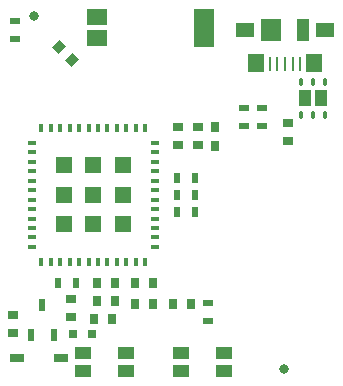
<source format=gbp>
G04*
G04 #@! TF.GenerationSoftware,Altium Limited,Altium Designer,21.4.1 (30)*
G04*
G04 Layer_Color=128*
%FSLAX25Y25*%
%MOIN*%
G70*
G04*
G04 #@! TF.SameCoordinates,FDA7AB05-C33E-465C-AB53-71C79C1F0B70*
G04*
G04*
G04 #@! TF.FilePolarity,Positive*
G04*
G01*
G75*
%ADD16R,0.03150X0.03150*%
%ADD17C,0.03150*%
G04:AMPARAMS|DCode=45|XSize=15.75mil|YSize=23.62mil|CornerRadius=3.94mil|HoleSize=0mil|Usage=FLASHONLY|Rotation=0.000|XOffset=0mil|YOffset=0mil|HoleType=Round|Shape=RoundedRectangle|*
%AMROUNDEDRECTD45*
21,1,0.01575,0.01575,0,0,0.0*
21,1,0.00787,0.02362,0,0,0.0*
1,1,0.00787,0.00394,-0.00787*
1,1,0.00787,-0.00394,-0.00787*
1,1,0.00787,-0.00394,0.00787*
1,1,0.00787,0.00394,0.00787*
%
%ADD45ROUNDEDRECTD45*%
%ADD47R,0.03400X0.03000*%
%ADD48R,0.02400X0.03900*%
%ADD49R,0.03000X0.03400*%
%ADD53R,0.04800X0.02800*%
%ADD56R,0.03400X0.02400*%
%ADD57R,0.06693X0.05709*%
%ADD58R,0.06693X0.12598*%
G04:AMPARAMS|DCode=59|XSize=30mil|YSize=34mil|CornerRadius=0mil|HoleSize=0mil|Usage=FLASHONLY|Rotation=135.000|XOffset=0mil|YOffset=0mil|HoleType=Round|Shape=Rectangle|*
%AMROTATEDRECTD59*
4,1,4,0.02263,0.00141,-0.00141,-0.02263,-0.02263,-0.00141,0.00141,0.02263,0.02263,0.00141,0.0*
%
%ADD59ROTATEDRECTD59*%

%ADD60R,0.06496X0.05118*%
%ADD61R,0.03937X0.07480*%
%ADD62R,0.07087X0.07480*%
%ADD63R,0.05610X0.06102*%
%ADD65R,0.05512X0.04134*%
%ADD66R,0.02800X0.03400*%
%ADD67R,0.02400X0.03400*%
%ADD100R,0.03937X0.05512*%
%ADD101R,0.05512X0.05512*%
%ADD102R,0.02756X0.01575*%
%ADD103R,0.01575X0.02756*%
%ADD104R,0.01142X0.04803*%
D16*
X36292Y16035D02*
D03*
X42788D02*
D03*
D17*
X23526Y121949D02*
D03*
X106601Y4218D02*
D03*
D45*
X112511Y89027D02*
D03*
X116448D02*
D03*
X120385D02*
D03*
X112511Y100051D02*
D03*
X116448D02*
D03*
X120385D02*
D03*
D47*
X77964Y78961D02*
D03*
Y84961D02*
D03*
X71414Y78961D02*
D03*
Y84961D02*
D03*
X16500Y16500D02*
D03*
Y22500D02*
D03*
X35879Y27625D02*
D03*
Y21625D02*
D03*
X108224Y80493D02*
D03*
Y86493D02*
D03*
D48*
X26216Y25631D02*
D03*
X22516Y15631D02*
D03*
X29916D02*
D03*
D49*
X44500Y33126D02*
D03*
X50500D02*
D03*
X69835Y26174D02*
D03*
X75835D02*
D03*
X43500Y21126D02*
D03*
X49500D02*
D03*
X63052Y26174D02*
D03*
X57052D02*
D03*
X63052Y33126D02*
D03*
X57052D02*
D03*
X44500Y27126D02*
D03*
X50500D02*
D03*
D53*
X32497Y8079D02*
D03*
X17897D02*
D03*
D56*
X17059Y114244D02*
D03*
Y120244D02*
D03*
X93500Y85469D02*
D03*
Y91469D02*
D03*
X99500Y85469D02*
D03*
Y91469D02*
D03*
X81370Y20297D02*
D03*
Y26297D02*
D03*
D57*
X44291Y121555D02*
D03*
Y114665D02*
D03*
D58*
X80118Y118110D02*
D03*
D59*
X36121Y107465D02*
D03*
X31879Y111707D02*
D03*
D60*
X120384Y117441D02*
D03*
X93789D02*
D03*
D61*
X113189D02*
D03*
D62*
X102559D02*
D03*
D63*
X97304Y106535D02*
D03*
X116880D02*
D03*
D65*
X86614Y9547D02*
D03*
X72441D02*
D03*
X86614Y3839D02*
D03*
X72441D02*
D03*
X39764D02*
D03*
X53937D02*
D03*
X39764Y9547D02*
D03*
X53937D02*
D03*
D66*
X83900Y78761D02*
D03*
Y85161D02*
D03*
D67*
X37496Y32883D02*
D03*
X31496D02*
D03*
X71173Y56693D02*
D03*
X77173D02*
D03*
X77152Y68147D02*
D03*
X71152D02*
D03*
X77185Y62474D02*
D03*
X71185D02*
D03*
D100*
X113790Y94539D02*
D03*
X119006Y94539D02*
D03*
D101*
X33331Y72224D02*
D03*
Y62382D02*
D03*
Y52539D02*
D03*
X43173D02*
D03*
X53016D02*
D03*
Y62382D02*
D03*
Y72224D02*
D03*
X43173D02*
D03*
Y62382D02*
D03*
D102*
X63646Y45059D02*
D03*
Y48209D02*
D03*
Y51358D02*
D03*
Y54508D02*
D03*
Y57657D02*
D03*
Y60807D02*
D03*
Y63957D02*
D03*
Y67106D02*
D03*
Y70256D02*
D03*
Y73405D02*
D03*
Y76555D02*
D03*
Y79705D02*
D03*
X22701D02*
D03*
Y76555D02*
D03*
Y73405D02*
D03*
Y70256D02*
D03*
Y67106D02*
D03*
Y63957D02*
D03*
Y60807D02*
D03*
Y57657D02*
D03*
Y54508D02*
D03*
Y51358D02*
D03*
Y48209D02*
D03*
Y45059D02*
D03*
D103*
X60496Y84626D02*
D03*
X57346D02*
D03*
X54197D02*
D03*
X51047D02*
D03*
X47898D02*
D03*
X44748D02*
D03*
X41598D02*
D03*
X38449D02*
D03*
X35299D02*
D03*
X32150D02*
D03*
X29000D02*
D03*
X25850D02*
D03*
Y40138D02*
D03*
X29000D02*
D03*
X32150D02*
D03*
X35299D02*
D03*
X38449D02*
D03*
X41598D02*
D03*
X44748D02*
D03*
X47898D02*
D03*
X51047D02*
D03*
X54197D02*
D03*
X57346D02*
D03*
X60496D02*
D03*
D104*
X107097Y106181D02*
D03*
X104538D02*
D03*
X109656D02*
D03*
X101979D02*
D03*
X112214D02*
D03*
M02*

</source>
